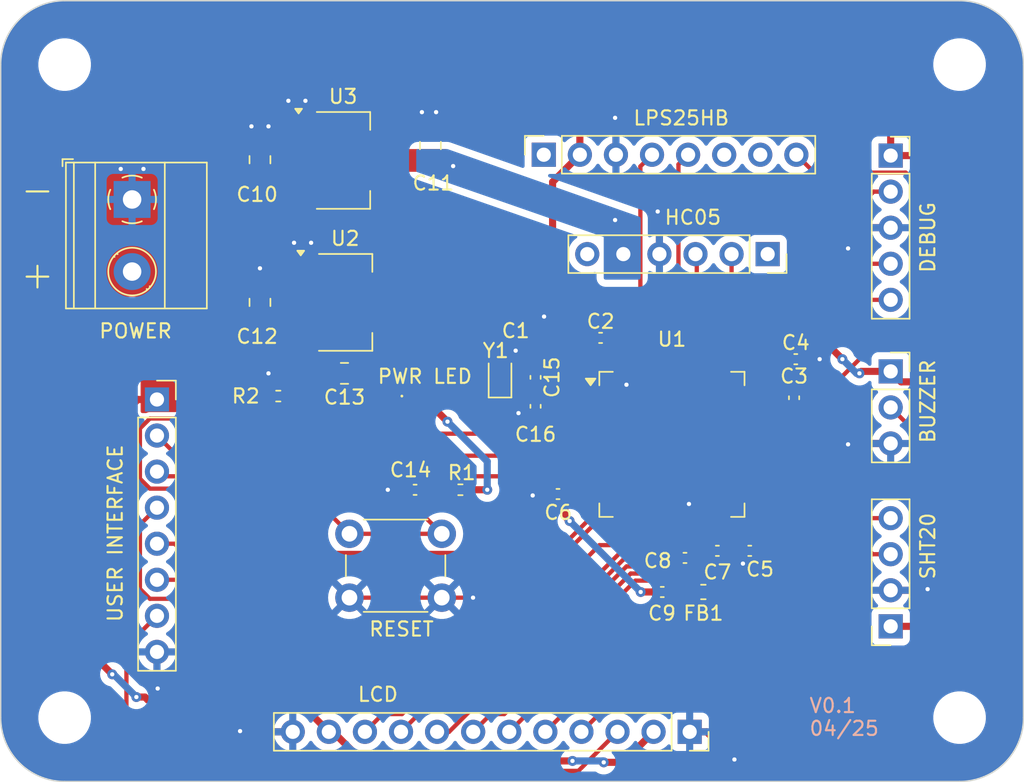
<source format=kicad_pcb>
(kicad_pcb (version 20240108) (generator "pcbnew") (generator_version "8.0")
  (layers (0 "F.Cu" signal) (31 "B.Cu" power) (34 "B.Paste" user) (35 "F.Paste" user) (36 "B.SilkS" user "B.Silkscreen") (37 "F.SilkS" user "F.Silkscreen") (38 "B.Mask" user) (39 "F.Mask" user) (44 "Edge.Cuts" user))
  (net 0 "")
  (net 1 "GND")
  (net 2 "+3.3V")
  (net 3 "+3.3VA")
  (net 4 "VIN")
  (net 5 "+5V")
  (net 6 "/NRST")
  (net 7 "/OSC32_IN")
  (net 8 "/OSC32_OUT")
  (net 9 "/PWR_LED_K")
  (net 10 "/SWDIO")
  (net 11 "/SWCLK")
  (net 14 "/I2C1_SCL")
  (net 15 "/I2C1_SDA")
  (net 17 "/PA12")
  (net 18 "/I2C2_SCL")
  (net 19 "/I2C2_SDA")
  (net 20 "/PA11")
  (net 21 "/PB2")
  (net 22 "/PC4")
  (net 23 "/PB11")
  (net 24 "/RV_OUT")
  (net 25 "/PB12")
  (net 26 "/PA4")
  (net 27 "/PA0")
  (net 28 "/PA1")
  (net 29 "/PC2")
  (net 30 "/PC3")
  (net 32 "/UART4_RX")
  (net 34 "/UART4_TX")
  (net 42 "unconnected-(U1-PB7-Pad60)")
  (net 43 "/PA7")
  (net 54 "/PC5")
  (net 58 "/PA6")
  (net 61 "/PA5")
  (net 64 "unconnected-(U1-PA10-Pad44)")
  (footprint "Package_TO_SOT_SMD:SOT-223-3_TabPin2" (layer "F.Cu") (at 136 73)
    (property "Reference" "U2")
    (property "Value" "AMS1117-3.3" (hide yes))
  )
  (footprint "Capacitor_SMD:C_0402_1005Metric" (layer "F.Cu") (at 140.92 86.2 180)
    (property "Reference" "C14")
    (property "Value" "100n" (hide yes))
  )
  (footprint "Capacitor_SMD:C_0402_1005Metric" (layer "F.Cu") (at 164.48 90.5 180)
    (property "Reference" "C5")
    (property "Value" "100n" (hide yes))
  )
  (footprint "Capacitor_SMD:C_0805_2012Metric" (layer "F.Cu") (at 142 61.95 90)
    (property "Reference" "C11")
    (property "Value" "22u" (hide yes))
  )
  (footprint "Resistor_SMD:R_0402_1005Metric" (layer "F.Cu") (at 131.29 79.6 180)
    (property "Reference" "R2")
    (property "Value" "510R" (hide yes))
  )
  (footprint "Connector_PinSocket_2.54mm:PinSocket_1x08_P2.54mm_Vertical" (layer "F.Cu") (at 122.75 79.84)
    (property "Reference" "J7" (hide yes))
    (property "Value" "User interface connector" (hide yes))
  )
  (footprint "Connector_PinSocket_2.54mm:PinSocket_1x04_P2.54mm_Vertical" (layer "F.Cu") (at 174.4 95.82 180)
    (property "Reference" "J4" (hide yes))
    (property "Value" "SHT20 connector" (hide yes))
  )
  (footprint "Capacitor_SMD:C_0402_1005Metric" (layer "F.Cu") (at 149.4 80.32 90)
    (property "Reference" "C16")
    (property "Value" "5.1p" (hide yes))
  )
  (footprint "Capacitor_SMD:C_0402_1005Metric" (layer "F.Cu") (at 158.32 93.4)
    (property "Reference" "C9")
    (property "Value" "1u" (hide yes))
  )
  (footprint "Capacitor_SMD:C_0402_1005Metric" (layer "F.Cu") (at 167.6 79.72 -90)
    (property "Reference" "C3")
    (property "Value" "100n" (hide yes))
  )
  (footprint "Capacitor_SMD:C_0402_1005Metric" (layer "F.Cu") (at 149.4 78.28 -90)
    (property "Reference" "C15")
    (property "Value" "5.1p" (hide yes))
  )
  (footprint "Package_TO_SOT_SMD:SOT-223-3_TabPin2" (layer "F.Cu") (at 135.85 63)
    (property "Reference" "U3")
    (property "Value" "AMS1117-5.0" (hide yes))
  )
  (footprint "MountingHole:MountingHole_3.2mm_M3" (layer "F.Cu") (at 179.25 56.25)
    (property "Reference" "H2" (hide yes))
    (property "Value" "MountingHole" (hide yes))
  )
  (footprint "MountingHole:MountingHole_3.2mm_M3" (layer "F.Cu") (at 116.25 56.25)
    (property "Reference" "H1" (hide yes))
    (property "Value" "MountingHole" (hide yes))
  )
  (footprint "Capacitor_SMD:C_0805_2012Metric" (layer "F.Cu") (at 130 62.95 90)
    (property "Reference" "C10")
    (property "Value" "22u" (hide yes))
  )
  (footprint "Package_QFP:LQFP-64_10x10mm_P0.5mm" (layer "F.Cu") (at 159 83)
    (property "Reference" "U1")
    (property "Value" "STM32G474RETx" (hide yes))
  )
  (footprint "Capacitor_SMD:C_0805_2012Metric" (layer "F.Cu") (at 135.95 78 180)
    (property "Reference" "C13")
    (property "Value" "22u" (hide yes))
  )
  (footprint "LED_SMD:LED_0402_1005Metric" (layer "F.Cu") (at 141.08 79.6)
    (property "Reference" "D1" (hide yes))
    (property "Value" "GREEN")
  )
  (footprint "Capacitor_SMD:C_0402_1005Metric" (layer "F.Cu") (at 159.92 91 180)
    (property "Reference" "C8")
    (property "Value" "1u" (hide yes))
  )
  (footprint "Capacitor_SMD:C_0402_1005Metric" (layer "F.Cu") (at 153.98 75.5)
    (property "Reference" "C2")
    (property "Value" "100n" (hide yes))
  )
  (footprint "Connector_PinSocket_2.54mm:PinSocket_1x08_P2.54mm_Vertical" (layer "F.Cu") (at 149.98 62.6 90)
    (property "Reference" "J3" (hide yes))
    (property "Value" "LPS25HB connector" (hide yes))
  )
  (footprint "Inductor_SMD:L_0603_1608Metric" (layer "F.Cu") (at 161.2125 93.4)
    (property "Reference" "FB1")
    (property "Value" "120R" (hide yes))
  )
  (footprint "Connector_PinSocket_2.54mm:PinSocket_1x05_P2.54mm_Vertical" (layer "F.Cu") (at 174.4 62.66)
    (property "Reference" "J2" (hide yes))
    (property "Value" "Debug connector" (hide yes))
  )
  (footprint "Resistor_SMD:R_0402_1005Metric" (layer "F.Cu") (at 144.11 86.2 180)
    (property "Reference" "R1")
    (property "Value" "10k" (hide yes))
  )
  (footprint "MountingHole:MountingHole_3.2mm_M3" (layer "F.Cu") (at 179.25 102.25)
    (property "Reference" "H3" (hide yes))
    (property "Value" "MountingHole" (hide yes))
  )
  (footprint "Capacitor_SMD:C_0402_1005Metric" (layer "F.Cu") (at 162.2 90.5)
    (property "Reference" "C7")
    (property "Value" "10n" (hide yes))
  )
  (footprint "Capacitor_SMD:C_0402_1005Metric" (layer "F.Cu") (at 150.98 86.5 180)
    (property "Reference" "C6")
    (property "Value" "100n" (hide yes))
  )
  (footprint "TerminalBlock_Phoenix:TerminalBlock_Phoenix_MKDS-1,5-2-5.08_1x02_P5.08mm_Horizontal" (layer "F.Cu") (at 121 65.75 -90)
    (property "Reference" "J1" (hide yes))
    (property "Value" "Power source")
  )
  (footprint "Capacitor_SMD:C_0805_2012Metric" (layer "F.Cu") (at 130 73 90)
    (property "Reference" "C12")
    (property "Value" "22u" (hide yes))
  )
  (footprint "Button_Switch_THT:SW_PUSH_6mm_H7.3mm" (layer "F.Cu") (at 136.3 89.3)
    (property "Reference" "SW1" (hide yes))
    (property "Value" "SW_Push")
  )
  (footprint "Crystal:Crystal_SMD_2012-2Pin_2.0x1.2mm" (layer "F.Cu") (at 146.9 78.5 90)
    (property "Reference" "Y1")
    (property "Value" "32.768kHz" (hide yes))
  )
  (footprint "Connector_PinSocket_2.54mm:PinSocket_1x12_P2.54mm_Vertical" (layer "F.Cu") (at 160.25 103.25 -90)
    (property "Reference" "J6" (hide yes))
    (property "Value" "LCD connector" (hide yes))
  )
  (footprint "Capacitor_SMD:C_0402_1005Metric" (layer "F.Cu") (at 167.72 77)
    (property "Reference" "C4")
    (property "Value" "100n" (hide yes))
  )
  (footprint "Connector_PinSocket_2.54mm:PinSocket_1x06_P2.54mm_Vertical" (layer "F.Cu") (at 165.74 69.6 -90)
    (property "Reference" "J8" (hide yes))
    (property "Value" "HC05 connector" (hide yes))
  )
  (footprint "MountingHole:MountingHole_3.2mm_M3" (layer "F.Cu") (at 116.25 102.25)
    (property "Reference" "H4" (hide yes))
    (property "Value" "MountingHole" (hide yes))
  )
  (footprint "Capacitor_SMD:C_0504_1310Metric" (layer "F.Cu") (at 149.9 75.8 90)
    (property "Reference" "C1")
    (property "Value" "4.7u" (hide yes))
  )
  (footprint "Connector_PinSocket_2.54mm:PinSocket_1x03_P2.54mm_Vertical" (layer "F.Cu") (at 174.4 77.86)
    (property "Reference" "J5" (hide yes))
    (property "Value" "Buzzer connector" (hide yes))
  )
  (gr_arc (start 116.25 106.75) (mid 113.068019 105.431981) (end 111.75 102.25) (stroke (width 0.1)) (layer "Edge.Cuts"))
  (gr_arc (start 179.25 51.75) (mid 182.431981 53.068019) (end 183.75 56.25) (stroke (width 0.1)) (layer "Edge.Cuts"))
  (gr_line (start 179.25 51.75) (end 116.25 51.75) (stroke (width 0.1)) (layer "Edge.Cuts"))
  (gr_line (start 116.25 106.75) (end 179.25 106.75) (stroke (width 0.1)) (layer "Edge.Cuts"))
  (gr_arc (start 183.75 102.25) (mid 182.431981 105.431981) (end 179.25 106.75) (stroke (width 0.1)) (layer "Edge.Cuts"))
  (gr_line (start 111.75 56.25) (end 111.75 102.25) (stroke (width 0.1)) (layer "Edge.Cuts"))
  (gr_line (start 183.75 102.25) (end 183.75 56.25) (stroke (width 0.1)) (layer "Edge.Cuts"))
  (gr_arc (start 111.75 56.25) (mid 113.068019 53.068019) (end 116.25 51.75) (stroke (width 0.1)) (layer "Edge.Cuts"))
  (gr_text "V0.1\n04/25" (at 168.6 103.6 0) (layer "B.SilkS") (effects (font (size 1 1)) (justify left bottom)))
  (gr_text "USER INTERFACE" (at 120.4 95.6 90) (layer "F.SilkS") (effects (font (size 1 1)) (justify left bottom)))
  (gr_text "-" (at 113 66.2 0) (layer "F.SilkS") (effects (font (size 2 2)) (justify left bottom)))
  (gr_text "+" (at 113 72.2 0) (layer "F.SilkS") (effects (font (size 2 2)) (justify left bottom)))
  (gr_text "DEBUG" (at 177.6 71 90) (layer "F.SilkS") (effects (font (size 1 1)) (justify left bottom)))
  (gr_text "HC05" (at 158.4 67.6 0) (layer "F.SilkS") (effects (font (size 1 1)) (justify left bottom)))
  (gr_text "SHT20" (at 177.6 92.6 90) (layer "F.SilkS") (effects (font (size 1 1)) (justify left bottom)))
  (gr_text "LPS25HB" (at 156.2 60.6 0) (layer "F.SilkS") (effects (font (size 1 1)) (justify left bottom)))
  (gr_text "LCD" (at 136.8 101.2 0) (layer "F.SilkS") (effects (font (size 1 1)) (justify left bottom)))
  (gr_text "RESET" (at 137.6 96.6 0) (layer "F.SilkS") (effects (font (size 1 1)) (justify left bottom)))
  (gr_text "BUZZER" (at 177.6 83 90) (layer "F.SilkS") (effects (font (size 1 1)) (justify left bottom)))
  (gr_text "POWER" (at 118.6 75.6 0) (layer "F.SilkS") (effects (font (size 1 1)) (justify left bottom)))
  (gr_text "PWR LED" (at 138.2 78.8 0) (layer "F.SilkS") (effects (font (size 1 1)) (justify left bottom)))
  (segment (start 160.25 90.143154) (end 160.25 88.675) (width 0.3) (layer "F.Cu") (net 1))
  (segment (start 152 85.8) (end 150.8 85.8) (width 0.3) (layer "F.Cu") (net 1))
  (segment (start 159.44 91) (end 159.44 92.76) (width 0.3) (layer "F.Cu") (net 1))
  (segment (start 152.44688 86.25) (end 152 85.80312) (width 0.3) (layer "F.Cu") (net 1))
  (segment (start 161.45 103.25) (end 163.4 105.2) (width 0.5) (layer "F.Cu") (net 1))
  (segment (start 176.92 93.28) (end 177 93.2) (width 0.5) (layer "F.Cu") (net 1))
  (segment (start 174.4 93.28) (end 176.92 93.28) (width 0.5) (layer "F.Cu") (net 1))
  (segment (start 171.46 82.94) (end 171.4 83) (width 0.5) (layer "F.Cu") (net 1))
  (segment (start 155.3 75.5) (end 154.46 75.5) (width 0.3) (layer "F.Cu") (net 1))
  (segment (start 168.2 77) (end 168.26 77.06) (width 0.3) (layer "F.Cu") (net 1))
  (segment (start 167.909999 80.2) (end 167.6 80.2) (width 0.3) (layer "F.Cu") (net 1))
  (segment (start 167.553154 80.2) (end 167.6 80.2) (width 0.3) (layer "F.Cu") (net 1))
  (segment (start 122.75 100.15) (end 122.8 100.2) (width 0.5) (layer "F.Cu") (net 1))
  (segment (start 168.2 77) (end 169.4 77) (width 0.3) (layer "F.Cu") (net 1))
  (segment (start 162.25 89.55312) (end 162.25 88.675) (width 0.3) (layer "F.Cu") (net 1))
  (segment (start 167.103154 79.75) (end 167.553154 80.2) (width 0.3) (layer "F.Cu") (net 1))
  (segment (start 122.75 97.62) (end 122.75 100.15) (width 0.5) (layer "F.Cu") (net 1))
  (segment (start 149.9 75.26) (end 149.9 74.1) (width 0.5) (layer "F.Cu") (net 1))
  (segment (start 142.8 93.8) (end 145 93.8) (width 0.3) (layer "F.Cu") (net 1))
  (segment (start 150.5 86.5) (end 149.3 86.5) (width 0.3) (layer "F.Cu") (net 1))
  (segment (start 128.65 103.25) (end 128.6 103.2) (width 0.5) (layer "F.Cu") (net 1))
  (segment (start 155.75 77.325) (end 155.75 78.75) (width 0.3) (layer "F.Cu") (net 1))
  (segment (start 149.3 86.5) (end 149.2 86.6) (width 0.3) (layer "F.Cu") (net 1))
  (segment (start 140.44 86.2) (end 139 86.2) (width 0.5) (layer "F.Cu") (net 1))
  (segment (start 162.68 90.5) (end 162.68 89.98312) (width 0.3) (layer "F.Cu") (net 1))
  (segment (start 164 90.5) (end 164 91.4) (width 0.3) (layer "F.Cu") (net 1))
  (segment (start 160.25 103.25) (end 161.45 103.25) (width 0.5) (layer "F.Cu") (net 1))
  (segment (start 160.25 87.25) (end 160.2 87.2) (width 0.3) (layer "F.Cu") (net 1))
  (segment (start 162.68 89.98312) (end 162.25 89.55312) (width 0.3) (layer "F.Cu") (net 1))
  (segment (start 158.12 66.72) (end 158 66.6) (width 0.5) (layer "F.Cu") (net 1))
  (segment (start 174.4 82.94) (end 171.46 82.94) (width 0.5) (layer "F.Cu") (net 1))
  (segment (start 164 90.5) (end 162.68 90.5) (width 0.3) (layer "F.Cu") (net 1))
  (segment (start 130.78 79.6) (end 130.78 79.280001) (width 0.5) (layer "F.Cu") (net 1))
  (segment (start 149.9 74.1) (end 150 74) (width 0.5) (layer "F.Cu") (net 1))
  (segment (start 150.5 86.1) (end 150.5 86.5) (width 0.3) (layer "F.Cu") (net 1))
  (segment (start 159.44 92.76) (end 158.8 93.4) (width 0.3) (layer "F.Cu") (net 1))
  (segment (start 155.06 62.6) (end 155.06 60.06) (width 0.5) (layer "F.Cu") (net 1))
  (segment (start 152 85.80312) (end 152 85.8) (width 0.3) (layer "F.Cu") (net 1))
  (segment (start 160.25 88.675) (end 160.25 87.25) (width 0.3) (layer "F.Cu") (net 1))
  (segment (start 164.675 79.75) (end 167.103154 79.75) (width 0.3) (layer "F.Cu") (net 1))
  (segment (start 174.4 67.74) (end 172.86 67.74) (width 0.5) (layer "F.Cu") (net 1))
  (segment (start 132.31 103.25) (end 128.65 103.25) (width 0.5) (layer "F.Cu") (net 1))
  (segment (start 136.3 93.8) (end 142.8 93.8) (width 0.3) (layer "F.Cu") (net 1))
  (segment (start 158.12 69.6) (end 158.12 66.72) (width 0.5) (layer "F.Cu") (net 1))
  (segment (start 149.4 77.8) (end 148 76.4) (width 0.5) (layer "F.Cu") (net 1))
  (segment (start 153.325 86.25) (end 152.44688 86.25) (width 0.3) (layer "F.Cu") (net 1))
  (segment (start 159.44 91) (end 159.44 90.953154) (width 0.3) (layer "F.Cu") (net 1))
  (segment (start 132.060001 78) (end 130.6 78) (width 0.5) (layer "F.Cu") (net 1))
  (segment (start 159.44 90.953154) (end 160.25 90.143154) (width 0.3) (layer "F.Cu") (net 1))
  (segment (start 132.060001 78) (end 135 78) (width 0.5) (layer "F.Cu") (net 1))
  (segment (start 168.26 79.849999) (end 167.909999 80.2) (width 0.3) (layer "F.Cu") (net 1))
  (segment (start 168.26 77.06) (end 168.26 79.849999) (width 0.3) (layer "F.Cu") (net 1))
  (segment (start 130.78 79.280001) (end 132.060001 78) (width 0.5) (layer "F.Cu") (net 1))
  (segment (start 149.4 80.8) (end 148.2 80.8) (width 0.5) (layer "F.Cu") (net 1))
  (segment (start 155.75 77.325) (end 155.75 75.95) (width 0.3) (layer "F.Cu") (net 1))
  (segment (start 172.86 67.74) (end 171.4 69.2) (width 0.5) (layer "F.Cu") (net 1))
  (segment (start 155.75 78.75) (end 155.8 78.8) (width 0.3) (layer "F.Cu") (net 1))
  (segment (start 150.8 85.8) (end 150.5 86.1) (width 0.3) (layer "F.Cu") (net 1))
  (segment (start 155.06 60.06) (end 155 60) (width 0.5) (layer "F.Cu") (net 1))
  (segment (start 155.75 75.95) (end 155.3 75.5) (width 0.3) (layer "F.Cu") (net 1))
  (via (at 158 66.6) (size 0.7) (drill 0.3) (layers "F.Cu" "B.Cu") (net 1))
  (via (at 155.8 78.8) (size 0.7) (drill 0.3) (layers "F.Cu" "B.Cu") (net 1))
  (via (at 128.6 103.2) (size 0.7) (drill 0.3) (layers "F.Cu" "B.Cu") (net 1))
  (via (at 150 74) (size 0.7) (drill 0.3) (layers "F.Cu" "B.Cu") (net 1))
  (via (at 169.4 77) (size 0.7) (drill 0.3) (layers "F.Cu" "B.Cu") (net 1))
  (via (at 133.6 68.8) (size 0.7) (drill 0.3) (layers "F.Cu" "B.Cu") (net 1))
  (via (at 148 76.4) (size 0.7) (drill 0.3) (layers "F.Cu" "B.Cu") (net 1))
  (via (at 171.4 83) (size 0.7) (drill 0.3) (layers "F.Cu" "B.Cu") (net 1))
  (via (at 120.2 63.6) (size 0.7) (drill 0.3) (layers "F.Cu" "B.Cu") (net 1))
  (via (at 132.4 68.8) (size 0.7) (drill 0.3) (layers "F.Cu" "B.Cu") (net 1))
  (via (at 160.2 87.2) (size 0.7) (drill 0.3) (layers "F.Cu" "B.Cu") (net 1))
  (via (at 145 93.8) (size 0.7) (drill 0.3) (layers "F.Cu" "B.Cu") (net 1))
  (via (at 163.4 105.2) (size 0.7) (drill 0.3) (layers "F.Cu" "B.Cu") (net 1))
  (via (at 149.2 86.6) (size 0.7) (drill 0.3) (layers "F.Cu" "B.Cu") (net 1))
  (via (at 139 86.2) (size 0.7) (drill 0.3) (layers "F.Cu" "B.Cu") (net 1))
  (via (at 132 58.8) (size 0.7) (drill 0.3) (layers "F.Cu" "B.Cu") (net 1))
  (via (at 130 70.6) (size 0.7) (drill 0.3) (layers "F.Cu" "B.Cu") (net 1))
  (via (at 148.2 80.8) (size 0.7) (drill 0.3) (layers "F.Cu" "B.Cu") (net 1))
  (via (at 130.6 78) (size 0.7) (drill 0.3) (layers "F.Cu" "B.Cu") (net 1))
  (via (at 130.6 60.6) (size 0.7) (drill 0.3) (layers "F.Cu" "B.Cu") (net 1))
  (via (at 129.4 60.6) (size 0.7) (drill 0.3) (layers "F.Cu" "B.Cu") (net 1))
  (via (at 164 91.4) (size 0.7) (drill 0.3) (layers "F.Cu" "B.Cu") (net 1))
  (via (at 122.8 100.2) (size 0.7) (drill 0.3) (layers "F.Cu" "B.Cu") (net 1))
  (via (at 177 93.2) (size 0.7) (drill 0.3) (layers "F.Cu" "B.Cu") (net 1))
  (via (at 155 60) (size 0.7) (drill 0.3) (layers "F.Cu" "B.Cu") (net 1))
  (via (at 141.4 59.6) (size 0.7) (drill 0.3) (layers "F.Cu" "B.Cu") (net 1))
  (via (at 142.4 59.6) (size 0.7) (drill 0.3) (layers "F.Cu" "B.Cu") (net 1))
  (via (at 171.4 69.2) (size 0.7) (drill 0.3) (layers "F.Cu" "B.Cu") (net 1))
  (via (at 121.8 63.6) (size 0.7) (drill 0.3) (layers "F.Cu" "B.Cu") (net 1))
  (via (at 133.2 58.8) (size 0.7) (drill 0.3) (layers "F.Cu" "B.Cu") (net 1))
  (segment (start 158.08 94.3) (end 157.84 94.06) (width 0.3) (layer "F.Cu") (net 2))
  (segment (start 141.565 79.6) (end 141.565 79.765) (width 0.5) (layer "F.Cu") (net 2))
  (segment (start 152.52 59.48) (end 154 58) (width 0.5) (layer "F.Cu") (net 2))
  (segment (start 162.075 94.675) (end 162.1 94.7) (width 0.3) (layer "F.Cu") (net 2))
  (segment (start 152.52 62.6) (end 150.6 64.52) (width 0.5) (layer "F.Cu") (net 2))
  (segment (start 153.5 75.809999) (end 153.5 75.2) (width 0.3) (layer "F.Cu") (net 2))
  (segment (start 144.62 86.2) (end 144.62 86.62) (width 0.5) (layer "F.Cu") (net 2))
  (segment (start 164.96 89.76) (end 163.875 88.675) (width 0.3) (layer "F.Cu") (net 2))
  (segment (start 153.5 75.2) (end 153.5 75.5) (width 0.5) (layer "F.Cu") (net 2))
  (segment (start 142.2 79.6) (end 143 78.8) (width 0.5) (layer "F.Cu") (net 2))
  (segment (start 170.2 76.2) (end 167.851734 76.2) (width 0.5) (layer "F.Cu") (net 2))
  (segment (start 160.425 93.4) (end 160.425 94.675) (width 0.3) (layer "F.Cu") (net 2))
  (segment (start 151 76.6) (end 152.1 75.5) (width 0.3) (layer "F.Cu") (net 2))
  (segment (start 141.565 79.765) (end 143.2 81.4) (width 0.5) (layer "F.Cu") (net 2))
  (segment (start 151.71 86.75) (end 151.46 86.5) (width 0.3) (layer "F.Cu") (net 2))
  (segment (start 149.9 76.34) (end 149.34 76.34) (width 0.3) (layer "F.Cu") (net 2))
  (segment (start 152.1 75.5) (end 153.5 75.5) (width 0.3) (layer "F.Cu") (net 2))
  (segment (start 176.78 95.82) (end 178.2 94.4) (width 0.5) (layer "F.Cu") (net 2))
  (segment (start 151.46 86.809999) (end 151.46 86.5) (width 0.5) (layer "F.Cu") (net 2))
  (segment (start 173.4 58) (end 174.4 59) (width 0.5) (layer "F.Cu") (net 2))
  (segment (start 139.15 75.75) (end 136.9 78) (width 0.5) (layer "F.Cu") (net 2))
  (segment (start 177.34 62.66) (end 174.4 62.66) (width 0.5) (layer "F.Cu") (net 2))
  (segment (start 174.4 77.86) (end 172.34 77.86) (width 0.5) (layer "F.Cu") (net 2))
  (segment (start 152.52 62.6) (end 152.52 59.48) (width 0.5) (layer "F.Cu") (net 2))
  (segment (start 167.24 77) (end 167.24 78.88) (width 0.3) (layer "F.Cu") (net 2))
  (segment (start 145.6 87.6) (end 150.669999 87.6) (width 0.5) (layer "F.Cu") (net 2))
  (segment (start 175.14 78.6) (end 174.4 77.86) (width 0.5) (layer "F.Cu") (net 2))
  (segment (start 150.6 71.8) (end 153.5 74.7) (width 0.5) (layer "F.Cu") (net 2))
  (segment (start 155.25 77.325) (end 155.25 76.25) (width 0.3) (layer "F.Cu") (net 2))
  (segment (start 142.6 78) (end 136.9 78) (width 0.5) (layer "F.Cu") (net 2))
  (segment (start 154 58) (end 173.4 58) (width 0.5) (layer "F.Cu") (net 2))
  (segment (start 157.84 94.06) (end 157.84 93.4) (width 0.3) (layer "F.Cu") (net 2))
  (segment (start 162.75 88.675) (end 163.875 88.675) (width 0.3) (layer "F.Cu") (net 2))
  (segment (start 152.25 79.25) (end 151 78) (width 0.3) (layer "F.Cu") (net 2))
  (segment (start 144.62 86.62) (end 145.6 87.6) (width 0.5) (layer "F.Cu") (net 2))
  (segment (start 150.669999 87.6) (end 151.46 86.809999) (width 0.5) (layer "F.Cu") (net 2))
  (segment (start 164.675 79.25) (end 167.59 79.25) (width 0.3) (layer "F.Cu") (net 2))
  (segment (start 151.46 86.5) (end 151.46 88.06) (width 0.5) (layer "F.Cu") (net 2))
  (segment (start 176.6 78.6) (end 175.14 78.6) (width 0.5) (layer "F.Cu") (net 2))
  (segment (start 178.2 94.4) (end 178.2 75.6) (width 0.5) (layer "F.Cu") (net 2))
  (segment (start 143 78.4) (end 142.6 78) (width 0.5) (layer "F.Cu") (net 2))
  (segment (start 155.25 76.25) (end 155.2 76.2) (width 0.3) (layer "F.Cu") (net 2))
  (segment (start 174.4 59) (end 174.4 62.66) (width 0.5) (layer "F.Cu") (net 2))
  (segment (start 143 78.8) (end 143 78.4) (width 0.5) (layer "F.Cu") (net 2))
  (segment (start 145.2 75.4) (end 142.6 78) (width 0.3) (layer "F.Cu") (net 2))
  (segment (start 160.1 93.4) (end 159.2 94.3) (width 0.3) (layer "F.Cu") (net 2))
  (segment (start 176.6 77.2) (end 176.6 78.6) (width 0.5) (layer "F.Cu") (net 2))
  (segment (start 164.96 91.84) (end 164.96 90.5) (width 0.3) (layer "F.Cu") (net 2))
  (segment (start 148.4 75.4) (end 145.2 75.4) (width 0.3) (layer "F.Cu") (net 2))
  (segment (start 156.8 93.4) (end 157.84 93.4) (width 0.5) (layer "F.Cu") (net 2))
  (segment (start 178.4 75.4) (end 178.4 63.6) (width 0.5) (layer "F.Cu") (net 2))
  (segment (start 139.15 73) (end 139.15 75.75) (width 0.5) (layer "F.Cu") (net 2))
  (segment (start 151.46 88.06) (end 151.8 88.4) (width 0.5) (layer "F.Cu") (net 2))
  (segment (start 178.2 75.6) (end 178.4 75.4) (width 0.5) (layer "F.Cu") (net 2))
  (segment (start 167.24 78.88) (end 167.6 79.24) (width 0.3) (layer "F.Cu") (net 2))
  (segment (start 153.890001 76.2) (end 153.5 75.809999) (width 0.3) (layer "F.Cu") (net 2))
  (segment (start 155.2 76.2) (end 153.890001 76.2) (width 0.3) (layer "F.Cu") (net 2))
  (segment (start 162.1 94.7) (end 164.96 91.84) (width 0.3) (layer "F.Cu") (net 2))
  (segment (start 177.4 62.6) (end 177.34 62.66) (width 0.5) (layer "F.Cu") (net 2))
  (segment (start 153.5 75.809999) (end 153.5 75.5) (width 0.3) (layer "F.Cu") (net 2))
  (segment (start 178.2 75.6) (end 176.6 77.2) (width 0.5) (layer "F.Cu") (net 2))
  (segment (start 172.34 77.86) (end 172.2 78) (width 0.5) (layer "F.Cu") (net 2))
  (segment (start 153.325 86.75) (end 151.71 86.75) (width 0.3) (layer "F.Cu") (net 2))
  (segment (start 151 78) (end 151 76.6) (width 0.3) (layer "F.Cu") (net 2))
  (segment (start 149.34 76.34) (end 148.4 75.4) (width 0.3) (layer "F.Cu") (net 2))
  (segment (start 150.74 76.34) (end 149.9 76.34) (width 0.3) (layer "F.Cu") (net 2))
  (segment (start 178.4 63.6) (end 177.4 62.6) (width 0.5) (layer "F.Cu") (net 2))
  (segment (start 159.2 94.3) (end 158.08 94.3) (width 0.3) (layer "F.Cu") (net 2))
  (segment (start 141.565 79.6) (end 142.2 79.6) (width 0.5) (layer "F.Cu") (net 2))
  (segment (start 171 77) (end 170.2 76.2) (width 0.5) (layer "F.Cu") (net 2))
  (segment (start 167.851734 76.2) (end 167.24 76.811734) (width 0.5) (layer "F.Cu") (net 2))
  (segment (start 146 86.2) (end 144.62 86.2) (width 0.5) (layer "F.Cu") (net 2))
  (segment (start 160.425 94.675) (end 162.075 94.675) (width 0.3) (layer "F.Cu") (net 2))
  (segment (start 174.4 95.82) (end 176.78 95.82) (width 0.5) (layer "F.Cu") (net 2))
  (segment (start 160.425 93.4) (end 160.1 93.4) (width 0.3) (layer "F.Cu") (net 2))
  (segment (start 167.24 76.811734) (end 167.24 77) (width 0.5) (layer "F.Cu") (net 2))
  (segment (start 164.96 90.5) (end 164.96 89.76) (width 0.3) (layer "F.Cu") (net 2))
  (segment (start 153.5 74.7) (end 153.5 75.2) (width 0.5) (layer "F.Cu") (net 2))
  (segment (start 150.6 64.52) (end 150.6 71.8) (width 0.5) (layer "F.Cu") (net 2))
  (segment (start 151 76.6) (end 150.74 76.34) (width 0.3) (layer "F.Cu") (net 2))
  (segment (start 153.325 79.25) (end 152.25 79.25) (width 0.3) (layer "F.Cu") (net 2))
  (via (at 143.2 81.4) (size 0.7) (drill 0.3) (layers "F.Cu" "B.Cu") (net 2))
  (via (at 146 86.2) (size 0.7) (drill 0.3) (layers "F.Cu" "B.Cu") (net 2))
  (via (at 172.2 78) (size 0.7) (drill 0.3) (layers "F.Cu" "B.Cu") (net 2))
  (via (at 156.8 93.4) (size 0.7) (drill 0.3) (layers "F.Cu" "B.Cu") (net 2))
  (via (at 151.8 88.4) (size 0.7) (drill 0.3) (layers "F.Cu" "B.Cu") (net 2))
  (via (at 171 77) (size 0.7) (drill 0.3) (layers "F.Cu" "B.Cu") (net 2))
  (segment (start 146 84.2) (end 146 86.2) (width 0.5) (layer "B.Cu") (net 2))
  (segment (start 172 78) (end 171 77) (width 0.5) (layer "B.Cu") (net 2))
  (segment (start 143.2 81.4) (end 146 84.2) (width 0.5) (layer "B.Cu") (net 2))
  (segment (start 151.8 88.4) (end 156.8 93.4) (width 0.5) (layer "B.Cu") (net 2))
  (segment (start 172.2 78) (end 172 78) (width 0.5) (layer "B.Cu") (net 2))
  (segment (start 161.22 91) (end 161.72 90.5) (width 0.3) (layer "F.Cu") (net 3))
  (segment (start 161.25 88.675) (end 161.25 90.03) (width 0.3) (layer "F.Cu") (net 3))
  (segment (start 162 90.78) (end 161.72 90.5) (width 0.3) (layer "F.Cu") (net 3))
  (segment (start 162 93.4) (end 162 90.78) (width 0.3) (layer "F.Cu") (net 3))
  (segment (start 160.4 91) (end 161.22 91) (width 0.3) (layer "F.Cu") (net 3))
  (segment (start 161.25 90.03) (end 161.72 90.5) (width 0.3) (layer "F.Cu") (net 3))
  (segment (start 160.75 90.65) (end 160.4 91) (width 0.3) (layer "F.Cu") (net 3))
  (segment (start 160.75 88.675) (end 160.75 90.65) (width 0.3) (layer "F.Cu") (net 3))
  (segment (start 142 62.9) (end 143.1 62.9) (width 1) (layer "F.Cu") (net 5))
  (segment (start 135.15 103.25) (end 137.2 105.3) (width 0.5) (layer "F.Cu") (net 5))
  (segment (start 117.6 97.2) (end 117.6 83.64) (width 0.5) (layer "F.Cu") (net 5))
  (segment (start 134.85 103.25) (end 132.6 101) (width 0.5) (layer "F.Cu") (net 5))
  (segment (start 122.1 101) (end 121.9 100.8) (width 0.5) (layer "F.Cu") (net 5))
  (segment (start 155.6 105.36) (end 157.71 103.25) (width 0.5) (layer "F.Cu") (net 5))
  (segment (start 117.6 97.2) (end 119.6 99.2) (width 0.5) (layer "F.Cu") (net 5))
  (segment (start 117.6 83.64) (end 121.4 79.84) (width 0.5) (layer "F.Cu") (net 5))
  (segment (start 155 69.02) (end 155.58 69.6) (width 1) (layer "F.Cu") (net 5))
  (segment (start 121.9 100.8) (end 121.3 100.8) (width 0.5) (layer "F.Cu") (net 5))
  (segment (start 155.6 105.4) (end 155.6 105.36) (width 0.5) (layer "F.Cu") (net 5))
  (segment (start 155 67.2) (end 155 69.02) (width 1) (layer "F.Cu") (net 5))
  (segment (start 143.1 62.9) (end 143.6 63.4) (width 1) (layer "F.Cu") (net 5))
  (segment (start 121.4 79.84) (end 122.75 79.84) (width 0.5) (layer "F.Cu") (net 5))
  (segment (start 134.85 103.25) (end 135.15 103.25) (width 0.5) (layer "F.Cu") (net 5))
  (segment (start 137.2 105.3) (end 152 105.3) (width 0.5) (layer "F.Cu") (net 5))
  (segment (start 154.2 105.4) (end 155.6 105.4) (width 0.5) (layer "F.Cu") (net 5))
  (segment (start 132.6 101) (end 122.1 101) (width 0.5) (layer "F.Cu") (net 5))
  (via (at 155 67.2) (size 0.7) (drill 0.3) (layers "F.Cu" "B.Cu") (net 5))
  (via (at 154.2 105.4) (size 0.7) (drill 0.3) (layers "F.Cu" "B.Cu") (net 5))
  (via (at 121.3 100.8) (size 0.7) (drill 0.3) (layers "F.Cu" "B.Cu") (net 5))
  (via (at 119.6 99.2) (size 0.7) (drill 0.3) (layers "F.Cu" "B.Cu") (net 5))
  (via (at 143.6 63.4) (size 0.7) (drill 0.3) (layers "F.Cu" "B.Cu") (net 5))
  (via (at 152 105.3) (size 0.7) (drill 0.3) (layers "F.Cu" "B.Cu") (net 5))
  (segment (start 119.6 99.2) (end 119.7 99.2) (width 0.5) (layer "B.Cu") (net 5))
  (segment (start 119.7 99.2) (end 121.3 100.8) (width 0.5) (layer "B.Cu") (net 5))
  (segment (start 154.1 105.3) (end 154.2 105.4) (width 0.5) (layer "B.Cu") (net 5))
  (segment (start 152 105.3) (end 154.1 105.3) (width 0.5) (layer "B.Cu") (net 5))
  (segment (start 121.3 100.8) (end 121.2 100.8) (width 0.5) (layer "B.Cu") (net 5))
  (segment (start 153.325 82.25) (end 140.35 82.25) (width 0.3) (layer "F.Cu") (net 6))
  (segment (start 142.8 89.3) (end 141.4 87.9) (width 0.3) (layer "F.Cu") (net 6))
  (segment (start 153.325 82.25) (end 159.20312 82.25) (width 0.3) (layer "F.Cu") (net 6))
  (segment (start 136.3 89.3) (end 136.3 89.2) (width 0.3) (layer "F.Cu") (net 6))
  (segment (start 141.4 86.2) (end 143.6 86.2) (width 0.3) (layer "F.Cu") (net 6))
  (segment (start 168.813154 72.82) (end 174.4 72.82) (width 0.3) (layer "F.Cu") (net 6))
  (segment (start 133.12 86.12) (end 136.3 89.3) (width 0.3) (layer "F.Cu") (net 6))
  (segment (start 122.252943 86.12) (end 133.12 86.12) (width 0.3) (layer "F.Cu") (net 6))
  (segment (start 141.4 87.9) (end 141.4 86.2) (width 0.3) (layer "F.Cu") (net 6))
  (segment (start 136.3 89.3) (end 142.8 89.3) (width 0.3) (layer "F.Cu") (net 6))
  (segment (start 139.28 81.18) (end 122.252943 81.18) (width 0.3) (layer "F.Cu") (net 6))
  (segment (start 153.325 82.25) (end 154.20312 82.25) (width 0.3) (layer "F.Cu") (net 6))
  (segment (start 122.252943 81.18) (end 121.55 81.882943) (width 0.3) (layer "F.Cu") (net 6))
  (segment (start 121.55 85.417057) (end 122.252943 86.12) (width 0.3) (layer "F.Cu") (net 6))
  (segment (start 159.20312 82.25) (end 163.4 78.05312) (width 0.3) (layer "F.Cu") (net 6))
  (segment (start 163.4 78.05312) (end 163.580034 78.05312) (width 0.3) (layer "F.Cu") (net 6))
  (segment (start 163.580034 78.05312) (end 168.813154 72.82) (width 0.3) (layer "F.Cu") (net 6))
  (segment (start 121.55 81.882943) (end 121.55 85.417057) (width 0.3) (layer "F.Cu") (net 6))
  (segment (start 140.35 82.25) (end 139.28 81.18) (width 0.3) (layer "F.Cu") (net 6))
  (segment (start 149.090001 78.76) (end 148.5 78.169999) (width 0.3) (layer "F.Cu") (net 7))
  (segment (start 148.5 78.169999) (end 148.5 77.9) (width 0.3) (layer "F.Cu") (net 7))
  (segment (start 149.4 78.76) (end 150.95688 78.76) (width 0.3) (layer "F.Cu") (net 7))
  (segment (start 148.5 77.9) (end 148.4 77.8) (width 0.3) (layer "F.Cu") (net 7))
  (segment (start 152.44688 80.25) (end 153.325 80.25) (width 0.3) (layer "F.Cu") (net 7))
  (segment (start 148.4 77.8) (end 146.9 77.8) (width 0.3) (layer "F.Cu") (net 7))
  (segment (start 150.95688 78.76) (end 152.44688 80.25) (width 0.3) (layer "F.Cu") (net 7))
  (segment (start 149.4 78.76) (end 149.090001 78.76) (width 0.3) (layer "F.Cu") (net 7))
  (segment (start 150.46688 80.75) (end 153.325 80.75) (width 0.3) (layer "F.Cu") (net 8))
  (segment (start 147.54 79.84) (end 146.9 79.2) (width 0.3) (layer "F.Cu") (net 8))
  (segment (start 149.4 79.84) (end 147.54 79.84) (width 0.3) (layer "F.Cu") (net 8))
  (segment (start 149.4 79.84) (end 149.55688 79.84) (width 0.3) (layer "F.Cu") (net 8))
  (segment (start 149.55688 79.84) (end 150.46688 80.75) (width 0.3) (layer "F.Cu") (net 8))
  (segment (start 140.595 79.6) (end 131.8 79.6) (width 0.5) (layer "F.Cu") (net 9))
  (segment (start 162.75 77.325) (end 169.795 70.28) (width 0.3) (layer "F.Cu") (net 10))
  (segment (start 169.795 70.28) (end 174.4 70.28) (width 0.3) (layer "F.Cu") (net 10))
  (segment (start 162.75 77.325) (end 162.75 76.550001) (width 0.3) (layer "F.Cu") (net 10))
  (segment (start 162.25 77.325) (end 162.25 76.342894) (width 0.3) (layer "F.Cu") (net 11))
  (segment (start 165.8 73.400001) (end 165.8 72.6) (width 0.3) (layer "F.Cu") (net 11))
  (segment (start 162.25 76.342894) (end 162.592894 76) (width 0.3) (layer "F.Cu") (net 11))
  (segment (start 165.8 72.6) (end 173.2 65.2) (width 0.3) (layer "F.Cu") (net 11))
  (segment (start 173.2 65.2) (end 174.4 65.2) (width 0.3) (layer "F.Cu") (net 11))
  (segment (start 163.200001 76) (end 165.8 73.400001) (width 0.3) (layer "F.Cu") (net 11))
  (segment (start 162.592894 76) (end 163.200001 76) (width 0.3) (layer "F.Cu") (net 11))
  (segment (start 160.14 62.6) (end 159.46 63.28) (width 0.3) (layer "F.Cu") (net 14))
  (segment (start 159.46 73.529773) (end 156.75 76.239773) (width 0.3) (layer "F.Cu") (net 14))
  (segment (start 159.46 63.28) (end 159.46 73.529773) (width 0.3) (layer "F.Cu") (net 14))
  (segment (start 156.75 76.239773) (end 156.75 77.325) (width 0.3) (layer "F.Cu") (net 14))
  (segment (start 156.25 74.95) (end 156.25 77.325) (width 0.3) (layer "F.Cu") (net 15))
  (segment (start 156.78 74.42) (end 156.25 74.95) (width 0.3) (layer "F.Cu") (net 15))
  (segment (start 157.6 62.6) (end 156.78 63.42) (width 0.3) (layer "F.Cu") (net 15))
  (segment (start 156.78 63.42) (end 156.78 74.42) (width 0.3) (layer "F.Cu") (net 15))
  (segment (start 175.8 74.8) (end 174.4 74.8) (width 0.3) (layer "F.Cu") (net 17))
  (segment (start 174.4 74.8) (end 168 81.2) (width 0.3) (layer "F.Cu") (net 17))
  (segment (start 176.2 64.6) (end 175.46 63.86) (width 0.3) (layer "F.Cu") (net 17))
  (segment (start 176.2 64.6) (end 176.2 74.4) (width 0.3) (layer "F.Cu") (net 17))
  (segment (start 167.76 62.6) (end 169.02 63.86) (width 0.3) (layer "F.Cu") (net 17))
  (segment (start 169.02 63.86) (end 175.4 63.86) (width 0.3) (layer "F.Cu") (net 17))
  (segment (start 168 81.2) (end 167.2 81.2) (width 0.3) (layer "F.Cu") (net 17))
  (segment (start 166.25 80.25) (end 164.675 80.25) (width 0.3) (layer "F.Cu") (net 17))
  (segment (start 175.46 63.86) (end 175.4 63.86) (width 0.3) (layer "F.Cu") (net 17))
  (segment (start 176.2 74.4) (end 175.8 74.8) (width 0.3) (layer "F.Cu") (net 17))
  (segment (start 167.2 81.2) (end 166.25 80.25) (width 0.3) (layer "F.Cu") (net 17))
  (segment (start 166.8 82.75) (end 165.8 81.75) (width 0.3) (layer "F.Cu") (net 18))
  (segment (start 166.8 82.75) (end 166.8 83.4) (width 0.3) (layer "F.Cu") (net 18))
  (segment (start 171.6 88.2) (end 174.4 88.2) (width 0.3) (layer "F.Cu") (net 18))
  (segment (start 165.8 81.75) (end 164.675 81.75) (width 0.3) (layer "F.Cu") (net 18))
  (segment (start 166.8 83.4) (end 171.6 88.2) (width 0.3) (layer "F.Cu") (net 18))
  (segment (start 166.2 83.8) (end 173.14 90.74) (width 0.3) (layer "F.Cu") (net 19))
  (segment (start 165.55312 82.25) (end 166.2 82.89688) (width 0.3) (layer "F.Cu") (net 19))
  (segment (start 166.2 82.89688) (end 166.2 83.8) (width 0.3) (layer "F.Cu") (net 19))
  (segment (start 173.14 90.74) (end 174.4 90.74) (width 0.3) (layer "F.Cu") (net 19))
  (segment (start 164.675 82.25) (end 165.55312 82.25) (width 0.3) (layer "F.Cu") (net 19))
  (segment (start 165.55312 80.75) (end 164.675 80.75) (width 0.3) (layer "F.Cu") (net 20))
  (segment (start 174.2 80.4) (end 173.85 80.75) (width 0.3) (layer "F.Cu") (net 20))
  (segment (start 174.4 80.4) (end 174.2 80.4) (width 0.3) (layer "F.Cu") (net 20))
  (segment (start 176.4 82.4) (end 176.4 84.6) (width 0.3) (layer "F.Cu") (net 20))
  (segment (start 169.80312 85) (end 165.55312 80.75) (width 0.3) (layer "F.Cu") (net 20))
  (segment (start 174.4 80.4) (end 176.4 82.4) (width 0.3) (layer "F.Cu") (net 20))
  (segment (start 176.4 84.6) (end 176 85) (width 0.3) (layer "F.Cu") (net 20))
  (segment (start 176 85) (end 169.80312 85) (width 0.3) (layer "F.Cu") (net 20))
  (segment (start 158.4 92.6) (end 156.433154 92.6) (width 0.3) (layer "F.Cu") (net 21))
  (segment (start 158.8 92.2) (end 158.4 92.6) (width 0.3) (layer "F.Cu") (net 21))
  (segment (start 158.8 90.633154) (end 158.8 92.2) (width 0.3) (layer "F.Cu") (net 21))
  (segment (start 149.8 101) (end 149.8 99.233154) (width 0.3) (layer "F.Cu") (net 21))
  (segment (start 149.8 99.233154) (end 156.416577 92.616577) (width 0.3) (layer "F.Cu") (net 21))
  (segment (start 159.75 88.675) (end 159.75 89.683154) (width 0.3) (layer "F.Cu") (net 21))
  (segment (start 159.75 89.683154) (end 158.8 90.633154) (width 0.3) (layer "F.Cu") (net 21))
  (segment (start 156.433154 92.6) (end 156.416577 92.616577) (width 0.3) (layer "F.Cu") (net 21))
  (segment (start 147.55 103.25) (end 149.8 101) (width 0.3) (layer "F.Cu") (net 21))
  (segment (start 145.186496 101.376447) (end 146.13378 101.376447) (width 0.3) (layer "F.Cu") (net 22))
  (segment (start 145.186496 101.376447) (end 143.312943 103.25) (width 0.3) (layer "F.Cu") (net 22))
  (segment (start 157.75 90.95) (end 157.75 88.675) (width 0.3) (layer "F.Cu") (net 22))
  (segment (start 146.13378 101.376447) (end 146.426673 101.083554) (width 0.3) (layer "F.Cu") (net 22))
  (segment (start 146.426673 100.973327) (end 155.8 91.6) (width 0.3) (layer "F.Cu") (net 22))
  (segment (start 157.75 90.95) (end 157.1 91.6) (width 0.3) (layer "F.Cu") (net 22))
  (segment (start 143.312943 103.25) (end 142.47 103.25) (width 0.3) (layer "F.Cu") (net 22))
  (segment (start 157.1 91.6) (end 155.8 91.6) (width 0.3) (layer "F.Cu") (net 22))
  (segment (start 150.09 103.25) (end 153.74 99.6) (width 0.3) (layer "F.Cu") (net 23))
  (segment (start 161.2 99.6) (end 167.6 93.2) (width 0.3) (layer "F.Cu") (net 23))
  (segment (start 167.6 89.6) (end 167.525 89.6) (width 0.3) (layer "F.Cu") (net 23))
  (segment (start 167.6 93.2) (end 167.6 89.6) (width 0.3) (layer "F.Cu") (net 23))
  (segment (start 153.74 99.6) (end 161.2 99.6) (width 0.3) (layer "F.Cu") (net 23))
  (segment (start 167.525 89.6) (end 164.675 86.75) (width 0.3) (layer "F.Cu") (net 23))
  (segment (start 152.42 106) (end 121.2 106) (width 0.3) (layer "F.Cu") (net 24))
  (segment (start 120.6 105.4) (end 121.2 106) (width 0.3) (layer "F.Cu") (net 24))
  (segment (start 120.6 97.23) (end 120.6 105.4) (width 0.3) (layer "F.Cu") (net 24))
  (segment (start 122.75 95.08) (end 120.6 97.23) (width 0.3) (layer "F.Cu") (net 24))
  (segment (start 155.17 103.25) (end 152.42 106) (width 0.3) (layer "F.Cu") (net 24))
  (segment (start 166.45 86.25) (end 164.675 86.25) (width 0.3) (layer "F.Cu") (net 25))
  (segment (start 162 101.2) (end 169.4 93.8) (width 0.3) (layer "F.Cu") (net 25))
  (segment (start 169.4 93.8) (end 169.4 89.2) (width 0.3) (layer "F.Cu") (net 25))
  (segment (start 154.6 101.2) (end 162 101.2) (width 0.3) (layer "F.Cu") (net 25))
  (segment (start 154.6 101.28) (end 152.63 103.25) (width 0.3) (layer "F.Cu") (net 25))
  (segment (start 169.4 89.2) (end 166.45 86.25) (width 0.3) (layer "F.Cu") (net 25))
  (segment (start 155.75 89.65) (end 155.3 90.1) (width 0.3) (layer "F.Cu") (net 26))
  (segment (start 155.3 90.1) (end 153.9 90.1) (width 0.3) (layer "F.Cu") (net 26))
  (segment (start 128.88 93.88) (end 133 98) (width 0.3) (layer "F.Cu") (net 26))
  (segment (start 121.55 88.66) (end 121.55 93.177057) (width 0.3) (layer "F.Cu") (net 26))
  (segment (start 153.9 90.1) (end 146 98) (width 0.3) (layer "F.Cu") (net 26))
  (segment (start 155.75 88.675) (end 155.75 89.65) (width 0.3) (layer "F.Cu") (net 26))
  (segment (start 122.252943 93.88) (end 128.88 93.88) (width 0.3) (layer "F.Cu") (net 26))
  (segment (start 122.75 87.46) (end 121.55 88.66) (width 0.3) (layer "F.Cu") (net 26))
  (segment (start 121.55 93.177057) (end 122.252943 93.88) (width 0.3) (layer "F.Cu") (net 26))
  (segment (start 146 98) (end 133 98) (width 0.3) (layer "F.Cu") (net 26))
  (segment (start 152.44688 84.75) (end 153.325 84.75) (width 0.3) (layer "F.Cu") (net 27))
  (segment (start 122.75 82.38) (end 124.17 83.8) (width 0.3) (layer "F.Cu") (net 27))
  (segment (start 124.17 83.8) (end 151.49688 83.8) (width 0.3) (layer "F.Cu") (net 27))
  (segment (start 151.49688 83.8) (end 152.44688 84.75) (width 0.3) (layer "F.Cu") (net 27))
  (segment (start 122.75 84.92) (end 123.08 85.25) (width 0.3) (layer "F.Cu") (net 28))
  (segment (start 123.08 85.25) (end 153.325 85.25) (width 0.3) (layer "F.Cu") (net 28))
  (segment (start 154.95 84.289773) (end 154.95 87.210227) (width 0.3) (layer "F.Cu") (net 29))
  (segment (start 154.95 87.210227) (end 145.360227 96.8) (width 0.3) (layer "F.Cu") (net 29))
  (segment (start 154.410227 83.75) (end 154.95 84.289773) (width 0.3) (layer "F.Cu") (net 29))
  (segment (start 135.6 96.8) (end 131.34 92.54) (width 0.3) (layer "F.Cu") (net 29))
  (segment (start 131.34 92.54) (end 122.75 92.54) (width 0.3) (layer "F.Cu") (net 29))
  (segment (start 145.360227 96.8) (end 135.6 96.8) (width 0.3) (layer "F.Cu") (net 29))
  (segment (start 153.325 83.75) (end 154.410227 83.75) (width 0.3) (layer "F.Cu") (net 29))
  (segment (start 124.64 90.65) (end 150.80312 90.65) (width 0.3) (layer "F.Cu") (net 30))
  (segment (start 154.20312 84.25) (end 153.325 84.25) (width 0.3) (layer "F.Cu") (net 30))
  (segment (start 154.45 87.00312) (end 154.45 84.49688) (width 0.3) (layer "F.Cu") (net 30))
  (segment (start 150.80312 90.65) (end 154.45 87.00312) (width 0.3) (layer "F.Cu") (net 30))
  (segment (start 154.45 84.49688) (end 154.20312 84.25) (width 0.3) (layer "F.Cu") (net 30))
  (segment (start 124.64 90.65) (end 123.99 90) (width 0.3) (layer "F.Cu") (net 30))
  (segment (start 123.99 90) (end 122.75 90) (width 0.3) (layer "F.Cu") (net 30))
  (segment (start 160.66 69.6) (end 160.75 69.69) (width 0.3) (layer "F.Cu") (net 32))
  (segment (start 160.75 69.69) (end 160.75 77.325) (width 0.3) (layer "F.Cu") (net 32))
  (segment (start 162.29688 75.4) (end 161.25 76.44688) (width 0.3) (layer "F.Cu") (net 34))
  (segment (start 161.25 76.44688) (end 161.25 77.325) (width 0.3) (layer "F.Cu") (net 34))
  (segment (start 163.2 74.8) (end 162.6 75.4) (width 0.3) (layer "F.Cu") (net 34))
  (segment (start 163.2 69.6) (end 163.2 74.8) (width 0.3) (layer "F.Cu") (net 34))
  (segment (start 162.6 75.4) (end 162.29688 75.4) (width 0.3) (layer "F.Cu") (net 34))
  (segment (start 157.25 77.325) (end 157.25 76.44688) (width 0.3) (layer "F.Cu") (net 42))
  (segment (start 157.25 90.742894) (end 156.892894 91.1) (width 0.3) (layer "F.Cu") (net 43))
  (segment (start 157.25 88.675) (end 157.25 90.742894) (width 0.3) (layer "F.Cu") (net 43))
  (segment (start 144.723553 100.876447) (end 145.8 100.876447) (width 0.3) (layer "F.Cu") (net 43))
  (segment (start 141.58 101.6) (end 144 101.6) (width 0.3) (layer "F.Cu") (net 43))
  (segment (start 144 101.6) (end 144.723553 100.876447) (width 0.3) (layer "F.Cu") (net 43))
  (segment (start 139.93 103.25) (end 141.58 101.6) (width 0.3) (layer "F.Cu") (net 43))
  (segment (start 145.816446 100.876447) (end 145.8 100.876447) (width 0.3) (layer "F.Cu") (net 43))
  (segment (start 156.892894 91.1) (end 155.592893 91.1) (width 0.3) (layer "F.Cu") (net 43))
  (segment (start 155.592893 91.1) (end 145.816446 100.876447) (width 0.3) (layer "F.Cu") (net 43))
  (segment (start 158.25 88.675) (end 158.25 91.35) (width 0.3) (layer "F.Cu") (net 54))
  (segment (start 148.6 100.6) (end 147.2 102) (width 0.3) (layer "F.Cu") (net 54))
  (segment (start 158.25 91.35) (end 157.5 92.1) (width 0.3) (layer "F.Cu") (net 54))
  (segment (start 148.6 99.6) (end 148.6 100.6) (width 0.3) (layer "F.Cu") (net 54))
  (segment (start 156.1 92.1) (end 148.6 99.6) (width 0.3) (layer "F.Cu") (net 54))
  (segment (start 147.2 102) (end 146.26 102) (width 0.3) (layer "F.Cu") (net 54))
  (segment (start 146.26 102) (end 145.01 103.25) (width 0.3) (layer "F.Cu") (net 54))
  (segment (start 157.5 92.1) (end 156.1 92.1) (width 0.3) (layer "F.Cu") (net 54))
  (segment (start 156.75 90.4) (end 156.55 90.6) (width 0.3) (layer "F.Cu") (net 58))
  (segment (start 156.75 88.675) (end 156.75 90.4) (width 0.3) (layer "F.Cu") (net 58))
  (segment (start 143.8 101) (end 141 101) (width 0.3) (layer "F.Cu") (net 58))
  (segment (start 155.292893 90.692893) (end 145.60934 100.376447) (width 0.3) (layer "F.Cu") (net 58))
  (segment (start 140 102) (end 138.64 102) (width 0.3) (layer "F.Cu") (net 58))
  (segment (start 155.385786 90.6) (end 155.292893 90.692893) (width 0.3) (layer "F.Cu") (net 58))
  (segment (start 138.64 102) (end 137.39 103.25) (width 0.3) (layer "F.Cu") (net 58))
  (segment (start 141 101) (end 140 102) (width 0.3) (layer "F.Cu") (net 58))
  (segment (start 145.60934 100.376447) (end 144.423553 100.376447) (width 0.3) (layer "F.Cu") (net 58))
  (segment (start 144.423553 100.376447) (end 143.8 101) (width 0.3) (layer "F.Cu") (net 58))
  (segment (start 156.55 90.6) (end 155.385786 90.6) (width 0.3) (layer "F.Cu") (net 58))
  (segment (start 163.79688 81.25) (end 164.675 81.25) (width 0.3) (layer "F.Cu") (net 64))
  (zone (net 5) (net_name "+5V") (layer "F.Cu") (priority 2) (connect_pads yes (clearance 0.3)) (min_thickness 0.25) (fill yes (thermal_gap 0.5) (thermal_bridge_width 0.5))
    (polygon (pts (xy 131.4 62) (xy 137.6 62) (xy 137.6 60.8) (xy 140.4 60.8) (xy 140.4 62.2) (xy 143.2 62.2) (xy 143.2 63.8) (xy 140.4 63.8) (xy 140.4 65.2) (xy 137.6 65.2) (xy 137.6 64) (xy 131.4 64)))
  )
  (zone (net 5) (net_name "+5V") (layer "F.Cu") (priority 7) (connect_pads yes (clearance 0.3)) (min_thickness 0.25) (fill yes (thermal_gap 0.5) (thermal_bridge_width 0.5))
    (polygon (pts (xy 131.4 73.2) (xy 131.4 74.2) (xy 134.4 74.2) (xy 134.4 76.4) (xy 129.8 76.4) (xy 124 80.8) (xy 121.6 80.8) (xy 121.6 78.4) (xy 124.8 78.4) (xy 129 75.2) (xy 129 73.2)))
  )
  (zone (net 1) (net_name "GND") (layer "F.Cu") (priority 4) (connect_pads yes (clearance 0.3)) (min_thickness 0.25) (fill yes (thermal_gap 0.5) (thermal_bridge_width 0.5))
    (polygon (pts (xy 119.2 62.8) (xy 123 62.8) (xy 123 67.6) (xy 119.2 67.6)))
  )
  (zone (net 5) (net_name "+5V") (layer "F.Cu") (priority 10) (connect_pads (clearance 0.3)) (min_thickness 0.25) (fill yes (thermal_gap 0.5) (thermal_bridge_width 0.5))
    (polygon (pts (xy 134.6 64) (xy 134.6 66.6) (xy 129.2 66.6) (xy 127 68.6) (xy 127 76.8) (xy 128.4 75.8) (xy 128.4 69) (xy 130 67.8) (xy 136.2 67.8) (xy 136.2 64)))
  )
  (zone (net 1) (net_name "GND") (layer "F.Cu") (priority 9) (connect_pads yes (clearance 0.3)) (min_thickness 0.25) (fill yes (thermal_gap 0.5) (thermal_bridge_width 0.5))
    (polygon (pts (xy 140.8 59.2) (xy 143 59.2) (xy 143 61.6) (xy 140.8 61.6) (xy 140.8 61.4)))
  )
  (zone (net 2) (net_name "+3.3V") (layer "F.Cu") (priority 8) (connect_pads yes (clearance 0.3)) (min_thickness 0.25) (fill yes (thermal_gap 0.5) (thermal_bridge_width 0.5))
    (polygon (pts (xy 140.4 70.8) (xy 137.8 70.8) (xy 137.8 72) (xy 131.6 72) (xy 131.6 74) (xy 137.8 74) (xy 137.8 75.2) (xy 140.4 75.2)))
  )
  (zone (net 4) (net_name "VIN") (layer "F.Cu") (priority 5) (connect_pads yes (clearance 0.3)) (min_thickness 0.25) (fill yes (thermal_gap 0.5) (thermal_bridge_width 0.5))
    (polygon (pts (xy 128.8 63.2) (xy 131 63.2) (xy 131 64.4) (xy 134 64.4) (xy 134 66.2) (xy 129 66.2) (xy 122.6 72.6) (xy 119 72.6) (xy 119 69) (xy 123.2 69)))
  )
  (zone (net 1) (net_name "GND") (layer "F.Cu") (priority 6) (connect_pads yes (clearance 0.3)) (min_thickness 0.25) (fill yes (thermal_gap 0.5) (thermal_bridge_width 0.5))
    (polygon (pts (xy 131.6 68.4) (xy 134.2 68.4) (xy 134.2 71.6) (xy 131 71.6) (xy 131 72.6) (xy 129 72.6) (xy 129 70.2)))
  )
  (zone (net 1) (net_name "GND") (layer "F.Cu") (priority 1) (connect_pads yes (clearance 0.5)) (min_thickness 0.25) (fill yes (thermal_gap 0.5) (thermal_bridge_width 0.5))
    (polygon (pts (xy 131.2 58.4) (xy 134 58.4) (xy 134 61.8) (xy 131 61.8) (xy 131 62.6) (xy 128.8 62.6) (xy 128.8 60) (xy 131.2 60)))
  )
  (zone (net 1) (net_name "GND") (layer "B.Cu") (connect_pads (clearance 0.5)) (min_thickness 0.25) (fill yes (thermal_gap 0.5) (thermal_bridge_width 0.5))
    (polygon (pts (xy 111.75 51.75) (xy 183.75 51.75) (xy 183.75 106.75) (xy 111.75 106.75)))
  )
  (zone (net 5) (net_name "+5V") (layer "B.Cu") (priority 3) (connect_pads yes (clearance 0.3)) (min_thickness 0.25) (fill yes (thermal_gap 0.5) (thermal_bridge_width 0.5))
    (polygon (pts (xy 141 62.2) (xy 143.2 62.2) (xy 156.8 67) (xy 156.8 71.4) (xy 154.2 71.4) (xy 154.2 68.4) (xy 141 63.8)))
  )
)
</source>
